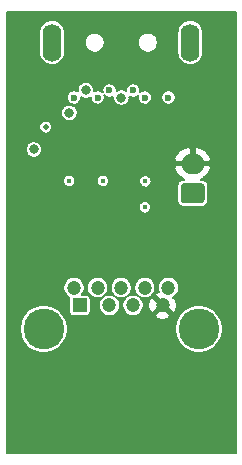
<source format=gbr>
G04 #@! TF.GenerationSoftware,KiCad,Pcbnew,5.1.10-88a1d61d58~88~ubuntu18.04.1*
G04 #@! TF.CreationDate,2021-09-17T16:00:13+02:00*
G04 #@! TF.ProjectId,GPIO-USB-Switch,4750494f-2d55-4534-922d-537769746368,rev?*
G04 #@! TF.SameCoordinates,Original*
G04 #@! TF.FileFunction,Copper,L4,Bot*
G04 #@! TF.FilePolarity,Positive*
%FSLAX46Y46*%
G04 Gerber Fmt 4.6, Leading zero omitted, Abs format (unit mm)*
G04 Created by KiCad (PCBNEW 5.1.10-88a1d61d58~88~ubuntu18.04.1) date 2021-09-17 16:00:13*
%MOMM*%
%LPD*%
G01*
G04 APERTURE LIST*
G04 #@! TA.AperFunction,ComponentPad*
%ADD10O,1.600000X3.200000*%
G04 #@! TD*
G04 #@! TA.AperFunction,ComponentPad*
%ADD11O,2.000000X1.700000*%
G04 #@! TD*
G04 #@! TA.AperFunction,ComponentPad*
%ADD12R,1.200000X1.200000*%
G04 #@! TD*
G04 #@! TA.AperFunction,ComponentPad*
%ADD13C,1.200000*%
G04 #@! TD*
G04 #@! TA.AperFunction,ComponentPad*
%ADD14C,3.450000*%
G04 #@! TD*
G04 #@! TA.AperFunction,ViaPad*
%ADD15C,0.800000*%
G04 #@! TD*
G04 #@! TA.AperFunction,ViaPad*
%ADD16C,0.450000*%
G04 #@! TD*
G04 #@! TA.AperFunction,ViaPad*
%ADD17C,0.500000*%
G04 #@! TD*
G04 #@! TA.AperFunction,ViaPad*
%ADD18C,0.600000*%
G04 #@! TD*
G04 #@! TA.AperFunction,Conductor*
%ADD19C,0.800000*%
G04 #@! TD*
G04 #@! TA.AperFunction,Conductor*
%ADD20C,0.400000*%
G04 #@! TD*
G04 #@! TA.AperFunction,Conductor*
%ADD21C,0.200000*%
G04 #@! TD*
G04 #@! TA.AperFunction,Conductor*
%ADD22C,0.100000*%
G04 #@! TD*
G04 APERTURE END LIST*
D10*
X149150000Y-74948000D03*
X160850000Y-74948000D03*
D11*
X161050000Y-85200000D03*
G04 #@! TA.AperFunction,ComponentPad*
G36*
G01*
X161800000Y-88550000D02*
X160300000Y-88550000D01*
G75*
G02*
X160050000Y-88300000I0J250000D01*
G01*
X160050000Y-87100000D01*
G75*
G02*
X160300000Y-86850000I250000J0D01*
G01*
X161800000Y-86850000D01*
G75*
G02*
X162050000Y-87100000I0J-250000D01*
G01*
X162050000Y-88300000D01*
G75*
G02*
X161800000Y-88550000I-250000J0D01*
G01*
G37*
G04 #@! TD.AperFunction*
D12*
X151500000Y-97194000D03*
D13*
X154000000Y-97194000D03*
X156000000Y-97194000D03*
X158500000Y-97194000D03*
X159000000Y-95694000D03*
X157000000Y-95694000D03*
X155000000Y-95694000D03*
X153000000Y-95694000D03*
X151000000Y-95694000D03*
D14*
X148430000Y-99194000D03*
X161570000Y-99194000D03*
D15*
X146000000Y-91000000D03*
X146000000Y-79000000D03*
X146000000Y-85000000D03*
X164000000Y-73000000D03*
X164000000Y-85000000D03*
X164000000Y-103000000D03*
X164000000Y-91000000D03*
X164000000Y-97000000D03*
X164000000Y-79000000D03*
D16*
X153400000Y-88500000D03*
X150700000Y-90400000D03*
D15*
X153400000Y-92500000D03*
X150600000Y-92500000D03*
D16*
X149600000Y-88400000D03*
D15*
X156500000Y-92500000D03*
X158500000Y-75800000D03*
D17*
X156500000Y-80800000D03*
D16*
X153400000Y-80800000D03*
X156200000Y-88500000D03*
X153450000Y-90400000D03*
X153950000Y-84800000D03*
X149600000Y-85100000D03*
X149650000Y-86650000D03*
X150950000Y-84850000D03*
X158200000Y-78850000D03*
X155950000Y-84800000D03*
X157050000Y-84800000D03*
D15*
X146000000Y-109000000D03*
X164000000Y-109000000D03*
X152000000Y-109000000D03*
X158000000Y-109000000D03*
X146000000Y-103000000D03*
X146000000Y-97000000D03*
X146000000Y-73000000D03*
X152000000Y-73000000D03*
X158000000Y-73000000D03*
X155000000Y-100000000D03*
X155000000Y-105000000D03*
X155000000Y-75000000D03*
D16*
X149600000Y-80900000D03*
X150900000Y-82900000D03*
D15*
X161000000Y-90000000D03*
D17*
X148600000Y-82100000D03*
D16*
X157050000Y-86700000D03*
D15*
X147600000Y-84000000D03*
D16*
X146700000Y-88400000D03*
X146700000Y-89500000D03*
X149600000Y-89500000D03*
X148750000Y-84400000D03*
X159400000Y-88100000D03*
X159100000Y-90200000D03*
X157000000Y-88900000D03*
D15*
X155000000Y-79600000D03*
D18*
X154000000Y-79000000D03*
X153000000Y-79600000D03*
X156000000Y-79000000D03*
X157000000Y-79600000D03*
D16*
X150600000Y-86650000D03*
X153450000Y-86650000D03*
D15*
X152000000Y-79000000D03*
X150600000Y-80900000D03*
D18*
X159000000Y-79600000D03*
X151000000Y-79600000D03*
D19*
X154975000Y-95625000D02*
X154900000Y-95700000D01*
D20*
X152908000Y-95543000D02*
X152781000Y-95670000D01*
D19*
X156900000Y-95694000D02*
X156972000Y-95622000D01*
X158900000Y-95620000D02*
X158999999Y-95520001D01*
X158900000Y-95694000D02*
X158900000Y-95620000D01*
D20*
X151000000Y-95419000D02*
X150749000Y-95670000D01*
D21*
X164675001Y-109675000D02*
X145325000Y-109675000D01*
X145325000Y-98994555D01*
X146405000Y-98994555D01*
X146405000Y-99393445D01*
X146482820Y-99784671D01*
X146635468Y-100153197D01*
X146857080Y-100484862D01*
X147139138Y-100766920D01*
X147470803Y-100988532D01*
X147839329Y-101141180D01*
X148230555Y-101219000D01*
X148629445Y-101219000D01*
X149020671Y-101141180D01*
X149389197Y-100988532D01*
X149720862Y-100766920D01*
X150002920Y-100484862D01*
X150224532Y-100153197D01*
X150377180Y-99784671D01*
X150455000Y-99393445D01*
X150455000Y-98994555D01*
X159545000Y-98994555D01*
X159545000Y-99393445D01*
X159622820Y-99784671D01*
X159775468Y-100153197D01*
X159997080Y-100484862D01*
X160279138Y-100766920D01*
X160610803Y-100988532D01*
X160979329Y-101141180D01*
X161370555Y-101219000D01*
X161769445Y-101219000D01*
X162160671Y-101141180D01*
X162529197Y-100988532D01*
X162860862Y-100766920D01*
X163142920Y-100484862D01*
X163364532Y-100153197D01*
X163517180Y-99784671D01*
X163595000Y-99393445D01*
X163595000Y-98994555D01*
X163517180Y-98603329D01*
X163364532Y-98234803D01*
X163142920Y-97903138D01*
X162860862Y-97621080D01*
X162529197Y-97399468D01*
X162160671Y-97246820D01*
X161769445Y-97169000D01*
X161370555Y-97169000D01*
X160979329Y-97246820D01*
X160610803Y-97399468D01*
X160279138Y-97621080D01*
X159997080Y-97903138D01*
X159775468Y-98234803D01*
X159622820Y-98603329D01*
X159545000Y-98994555D01*
X150455000Y-98994555D01*
X150377180Y-98603329D01*
X150224532Y-98234803D01*
X150002920Y-97903138D01*
X149720862Y-97621080D01*
X149389197Y-97399468D01*
X149020671Y-97246820D01*
X148629445Y-97169000D01*
X148230555Y-97169000D01*
X147839329Y-97246820D01*
X147470803Y-97399468D01*
X147139138Y-97621080D01*
X146857080Y-97903138D01*
X146635468Y-98234803D01*
X146482820Y-98603329D01*
X146405000Y-98994555D01*
X145325000Y-98994555D01*
X145325000Y-95605358D01*
X150100000Y-95605358D01*
X150100000Y-95782642D01*
X150134586Y-95956520D01*
X150202430Y-96120310D01*
X150300924Y-96267717D01*
X150426283Y-96393076D01*
X150573690Y-96491570D01*
X150612675Y-96507718D01*
X150604341Y-96535190D01*
X150598549Y-96594000D01*
X150598549Y-97794000D01*
X150604341Y-97852810D01*
X150621496Y-97909360D01*
X150649353Y-97961477D01*
X150686842Y-98007158D01*
X150732523Y-98044647D01*
X150784640Y-98072504D01*
X150841190Y-98089659D01*
X150900000Y-98095451D01*
X152100000Y-98095451D01*
X152158810Y-98089659D01*
X152215360Y-98072504D01*
X152267477Y-98044647D01*
X152313158Y-98007158D01*
X152350647Y-97961477D01*
X152378504Y-97909360D01*
X152395659Y-97852810D01*
X152401451Y-97794000D01*
X152401451Y-97105358D01*
X153100000Y-97105358D01*
X153100000Y-97282642D01*
X153134586Y-97456520D01*
X153202430Y-97620310D01*
X153300924Y-97767717D01*
X153426283Y-97893076D01*
X153573690Y-97991570D01*
X153737480Y-98059414D01*
X153911358Y-98094000D01*
X154088642Y-98094000D01*
X154262520Y-98059414D01*
X154426310Y-97991570D01*
X154573717Y-97893076D01*
X154699076Y-97767717D01*
X154797570Y-97620310D01*
X154865414Y-97456520D01*
X154900000Y-97282642D01*
X154900000Y-97105358D01*
X155100000Y-97105358D01*
X155100000Y-97282642D01*
X155134586Y-97456520D01*
X155202430Y-97620310D01*
X155300924Y-97767717D01*
X155426283Y-97893076D01*
X155573690Y-97991570D01*
X155737480Y-98059414D01*
X155911358Y-98094000D01*
X156088642Y-98094000D01*
X156262520Y-98059414D01*
X156295401Y-98045794D01*
X157865995Y-98045794D01*
X157916874Y-98258604D01*
X158135773Y-98351911D01*
X158368668Y-98400719D01*
X158606611Y-98403155D01*
X158840457Y-98359122D01*
X159061219Y-98270314D01*
X159083126Y-98258604D01*
X159134005Y-98045794D01*
X158500000Y-97411789D01*
X157865995Y-98045794D01*
X156295401Y-98045794D01*
X156426310Y-97991570D01*
X156573717Y-97893076D01*
X156699076Y-97767717D01*
X156797570Y-97620310D01*
X156865414Y-97456520D01*
X156896425Y-97300611D01*
X157290845Y-97300611D01*
X157334878Y-97534457D01*
X157423686Y-97755219D01*
X157435396Y-97777126D01*
X157648206Y-97828005D01*
X158282211Y-97194000D01*
X157648206Y-96559995D01*
X157435396Y-96610874D01*
X157342089Y-96829773D01*
X157293281Y-97062668D01*
X157290845Y-97300611D01*
X156896425Y-97300611D01*
X156900000Y-97282642D01*
X156900000Y-97105358D01*
X156865414Y-96931480D01*
X156797570Y-96767690D01*
X156699076Y-96620283D01*
X156573717Y-96494924D01*
X156426310Y-96396430D01*
X156262520Y-96328586D01*
X156088642Y-96294000D01*
X155911358Y-96294000D01*
X155737480Y-96328586D01*
X155573690Y-96396430D01*
X155426283Y-96494924D01*
X155300924Y-96620283D01*
X155202430Y-96767690D01*
X155134586Y-96931480D01*
X155100000Y-97105358D01*
X154900000Y-97105358D01*
X154865414Y-96931480D01*
X154797570Y-96767690D01*
X154699076Y-96620283D01*
X154573717Y-96494924D01*
X154426310Y-96396430D01*
X154262520Y-96328586D01*
X154088642Y-96294000D01*
X153911358Y-96294000D01*
X153737480Y-96328586D01*
X153573690Y-96396430D01*
X153426283Y-96494924D01*
X153300924Y-96620283D01*
X153202430Y-96767690D01*
X153134586Y-96931480D01*
X153100000Y-97105358D01*
X152401451Y-97105358D01*
X152401451Y-96594000D01*
X152395659Y-96535190D01*
X152378504Y-96478640D01*
X152350647Y-96426523D01*
X152313158Y-96380842D01*
X152267477Y-96343353D01*
X152215360Y-96315496D01*
X152158810Y-96298341D01*
X152100000Y-96292549D01*
X151674244Y-96292549D01*
X151699076Y-96267717D01*
X151797570Y-96120310D01*
X151865414Y-95956520D01*
X151900000Y-95782642D01*
X151900000Y-95605358D01*
X152100000Y-95605358D01*
X152100000Y-95782642D01*
X152134586Y-95956520D01*
X152202430Y-96120310D01*
X152300924Y-96267717D01*
X152426283Y-96393076D01*
X152573690Y-96491570D01*
X152737480Y-96559414D01*
X152911358Y-96594000D01*
X153088642Y-96594000D01*
X153262520Y-96559414D01*
X153426310Y-96491570D01*
X153573717Y-96393076D01*
X153699076Y-96267717D01*
X153797570Y-96120310D01*
X153865414Y-95956520D01*
X153900000Y-95782642D01*
X153900000Y-95605358D01*
X154100000Y-95605358D01*
X154100000Y-95782642D01*
X154134586Y-95956520D01*
X154202430Y-96120310D01*
X154300924Y-96267717D01*
X154426283Y-96393076D01*
X154573690Y-96491570D01*
X154737480Y-96559414D01*
X154911358Y-96594000D01*
X155088642Y-96594000D01*
X155262520Y-96559414D01*
X155426310Y-96491570D01*
X155573717Y-96393076D01*
X155699076Y-96267717D01*
X155797570Y-96120310D01*
X155865414Y-95956520D01*
X155900000Y-95782642D01*
X155900000Y-95605358D01*
X156100000Y-95605358D01*
X156100000Y-95782642D01*
X156134586Y-95956520D01*
X156202430Y-96120310D01*
X156300924Y-96267717D01*
X156426283Y-96393076D01*
X156573690Y-96491570D01*
X156737480Y-96559414D01*
X156911358Y-96594000D01*
X157088642Y-96594000D01*
X157262520Y-96559414D01*
X157426310Y-96491570D01*
X157573717Y-96393076D01*
X157624587Y-96342206D01*
X157865995Y-96342206D01*
X158500000Y-96976211D01*
X158514142Y-96962069D01*
X158731931Y-97179858D01*
X158717789Y-97194000D01*
X159351794Y-97828005D01*
X159564604Y-97777126D01*
X159657911Y-97558227D01*
X159706719Y-97325332D01*
X159709155Y-97087389D01*
X159665122Y-96853543D01*
X159576314Y-96632781D01*
X159564604Y-96610874D01*
X159351796Y-96559996D01*
X159415917Y-96495875D01*
X159426310Y-96491570D01*
X159573717Y-96393076D01*
X159699076Y-96267717D01*
X159797570Y-96120310D01*
X159865414Y-95956520D01*
X159900000Y-95782642D01*
X159900000Y-95605358D01*
X159865414Y-95431480D01*
X159797570Y-95267690D01*
X159699076Y-95120283D01*
X159573717Y-94994924D01*
X159426310Y-94896430D01*
X159262520Y-94828586D01*
X159088642Y-94794000D01*
X158911358Y-94794000D01*
X158737480Y-94828586D01*
X158573690Y-94896430D01*
X158426283Y-94994924D01*
X158300924Y-95120283D01*
X158202430Y-95267690D01*
X158134586Y-95431480D01*
X158100000Y-95605358D01*
X158100000Y-95782642D01*
X158134586Y-95956520D01*
X158164195Y-96028002D01*
X158159543Y-96028878D01*
X157938781Y-96117686D01*
X157916874Y-96129396D01*
X157865995Y-96342206D01*
X157624587Y-96342206D01*
X157699076Y-96267717D01*
X157797570Y-96120310D01*
X157865414Y-95956520D01*
X157900000Y-95782642D01*
X157900000Y-95605358D01*
X157865414Y-95431480D01*
X157797570Y-95267690D01*
X157699076Y-95120283D01*
X157573717Y-94994924D01*
X157426310Y-94896430D01*
X157262520Y-94828586D01*
X157088642Y-94794000D01*
X156911358Y-94794000D01*
X156737480Y-94828586D01*
X156573690Y-94896430D01*
X156426283Y-94994924D01*
X156300924Y-95120283D01*
X156202430Y-95267690D01*
X156134586Y-95431480D01*
X156100000Y-95605358D01*
X155900000Y-95605358D01*
X155865414Y-95431480D01*
X155797570Y-95267690D01*
X155699076Y-95120283D01*
X155573717Y-94994924D01*
X155426310Y-94896430D01*
X155262520Y-94828586D01*
X155088642Y-94794000D01*
X154911358Y-94794000D01*
X154737480Y-94828586D01*
X154573690Y-94896430D01*
X154426283Y-94994924D01*
X154300924Y-95120283D01*
X154202430Y-95267690D01*
X154134586Y-95431480D01*
X154100000Y-95605358D01*
X153900000Y-95605358D01*
X153865414Y-95431480D01*
X153797570Y-95267690D01*
X153699076Y-95120283D01*
X153573717Y-94994924D01*
X153426310Y-94896430D01*
X153262520Y-94828586D01*
X153088642Y-94794000D01*
X152911358Y-94794000D01*
X152737480Y-94828586D01*
X152573690Y-94896430D01*
X152426283Y-94994924D01*
X152300924Y-95120283D01*
X152202430Y-95267690D01*
X152134586Y-95431480D01*
X152100000Y-95605358D01*
X151900000Y-95605358D01*
X151865414Y-95431480D01*
X151797570Y-95267690D01*
X151699076Y-95120283D01*
X151573717Y-94994924D01*
X151426310Y-94896430D01*
X151262520Y-94828586D01*
X151088642Y-94794000D01*
X150911358Y-94794000D01*
X150737480Y-94828586D01*
X150573690Y-94896430D01*
X150426283Y-94994924D01*
X150300924Y-95120283D01*
X150202430Y-95267690D01*
X150134586Y-95431480D01*
X150100000Y-95605358D01*
X145325000Y-95605358D01*
X145325000Y-88848292D01*
X156475000Y-88848292D01*
X156475000Y-88951708D01*
X156495176Y-89053137D01*
X156534751Y-89148681D01*
X156592206Y-89234668D01*
X156665332Y-89307794D01*
X156751319Y-89365249D01*
X156846863Y-89404824D01*
X156948292Y-89425000D01*
X157051708Y-89425000D01*
X157153137Y-89404824D01*
X157248681Y-89365249D01*
X157334668Y-89307794D01*
X157407794Y-89234668D01*
X157465249Y-89148681D01*
X157504824Y-89053137D01*
X157525000Y-88951708D01*
X157525000Y-88848292D01*
X157504824Y-88746863D01*
X157465249Y-88651319D01*
X157407794Y-88565332D01*
X157334668Y-88492206D01*
X157248681Y-88434751D01*
X157153137Y-88395176D01*
X157051708Y-88375000D01*
X156948292Y-88375000D01*
X156846863Y-88395176D01*
X156751319Y-88434751D01*
X156665332Y-88492206D01*
X156592206Y-88565332D01*
X156534751Y-88651319D01*
X156495176Y-88746863D01*
X156475000Y-88848292D01*
X145325000Y-88848292D01*
X145325000Y-86598292D01*
X150075000Y-86598292D01*
X150075000Y-86701708D01*
X150095176Y-86803137D01*
X150134751Y-86898681D01*
X150192206Y-86984668D01*
X150265332Y-87057794D01*
X150351319Y-87115249D01*
X150446863Y-87154824D01*
X150548292Y-87175000D01*
X150651708Y-87175000D01*
X150753137Y-87154824D01*
X150848681Y-87115249D01*
X150934668Y-87057794D01*
X151007794Y-86984668D01*
X151065249Y-86898681D01*
X151104824Y-86803137D01*
X151125000Y-86701708D01*
X151125000Y-86598292D01*
X152925000Y-86598292D01*
X152925000Y-86701708D01*
X152945176Y-86803137D01*
X152984751Y-86898681D01*
X153042206Y-86984668D01*
X153115332Y-87057794D01*
X153201319Y-87115249D01*
X153296863Y-87154824D01*
X153398292Y-87175000D01*
X153501708Y-87175000D01*
X153603137Y-87154824D01*
X153698681Y-87115249D01*
X153784668Y-87057794D01*
X153857794Y-86984668D01*
X153915249Y-86898681D01*
X153954824Y-86803137D01*
X153975000Y-86701708D01*
X153975000Y-86648292D01*
X156525000Y-86648292D01*
X156525000Y-86751708D01*
X156545176Y-86853137D01*
X156584751Y-86948681D01*
X156642206Y-87034668D01*
X156715332Y-87107794D01*
X156801319Y-87165249D01*
X156896863Y-87204824D01*
X156998292Y-87225000D01*
X157101708Y-87225000D01*
X157203137Y-87204824D01*
X157298681Y-87165249D01*
X157384668Y-87107794D01*
X157457794Y-87034668D01*
X157515249Y-86948681D01*
X157554824Y-86853137D01*
X157575000Y-86751708D01*
X157575000Y-86648292D01*
X157554824Y-86546863D01*
X157515249Y-86451319D01*
X157457794Y-86365332D01*
X157384668Y-86292206D01*
X157298681Y-86234751D01*
X157203137Y-86195176D01*
X157101708Y-86175000D01*
X156998292Y-86175000D01*
X156896863Y-86195176D01*
X156801319Y-86234751D01*
X156715332Y-86292206D01*
X156642206Y-86365332D01*
X156584751Y-86451319D01*
X156545176Y-86546863D01*
X156525000Y-86648292D01*
X153975000Y-86648292D01*
X153975000Y-86598292D01*
X153954824Y-86496863D01*
X153915249Y-86401319D01*
X153857794Y-86315332D01*
X153784668Y-86242206D01*
X153698681Y-86184751D01*
X153603137Y-86145176D01*
X153501708Y-86125000D01*
X153398292Y-86125000D01*
X153296863Y-86145176D01*
X153201319Y-86184751D01*
X153115332Y-86242206D01*
X153042206Y-86315332D01*
X152984751Y-86401319D01*
X152945176Y-86496863D01*
X152925000Y-86598292D01*
X151125000Y-86598292D01*
X151104824Y-86496863D01*
X151065249Y-86401319D01*
X151007794Y-86315332D01*
X150934668Y-86242206D01*
X150848681Y-86184751D01*
X150753137Y-86145176D01*
X150651708Y-86125000D01*
X150548292Y-86125000D01*
X150446863Y-86145176D01*
X150351319Y-86184751D01*
X150265332Y-86242206D01*
X150192206Y-86315332D01*
X150134751Y-86401319D01*
X150095176Y-86496863D01*
X150075000Y-86598292D01*
X145325000Y-86598292D01*
X145325000Y-85578910D01*
X159492097Y-85578910D01*
X159574444Y-85806685D01*
X159718273Y-86053631D01*
X159907515Y-86267772D01*
X160134897Y-86440879D01*
X160355339Y-86548549D01*
X160300000Y-86548549D01*
X160192417Y-86559145D01*
X160088969Y-86590526D01*
X159993630Y-86641485D01*
X159910065Y-86710065D01*
X159841485Y-86793630D01*
X159790526Y-86888969D01*
X159759145Y-86992417D01*
X159748549Y-87100000D01*
X159748549Y-88300000D01*
X159759145Y-88407583D01*
X159790526Y-88511031D01*
X159841485Y-88606370D01*
X159910065Y-88689935D01*
X159993630Y-88758515D01*
X160088969Y-88809474D01*
X160192417Y-88840855D01*
X160300000Y-88851451D01*
X161800000Y-88851451D01*
X161907583Y-88840855D01*
X162011031Y-88809474D01*
X162106370Y-88758515D01*
X162189935Y-88689935D01*
X162258515Y-88606370D01*
X162309474Y-88511031D01*
X162340855Y-88407583D01*
X162351451Y-88300000D01*
X162351451Y-87100000D01*
X162340855Y-86992417D01*
X162309474Y-86888969D01*
X162258515Y-86793630D01*
X162189935Y-86710065D01*
X162106370Y-86641485D01*
X162011031Y-86590526D01*
X161907583Y-86559145D01*
X161800000Y-86548549D01*
X161744661Y-86548549D01*
X161965103Y-86440879D01*
X162192485Y-86267772D01*
X162381727Y-86053631D01*
X162525556Y-85806685D01*
X162607903Y-85578910D01*
X162496889Y-85354000D01*
X161204000Y-85354000D01*
X161204000Y-85374000D01*
X160896000Y-85374000D01*
X160896000Y-85354000D01*
X159603111Y-85354000D01*
X159492097Y-85578910D01*
X145325000Y-85578910D01*
X145325000Y-84821090D01*
X159492097Y-84821090D01*
X159603111Y-85046000D01*
X160896000Y-85046000D01*
X160896000Y-83894211D01*
X161204000Y-83894211D01*
X161204000Y-85046000D01*
X162496889Y-85046000D01*
X162607903Y-84821090D01*
X162525556Y-84593315D01*
X162381727Y-84346369D01*
X162192485Y-84132228D01*
X161965103Y-83959121D01*
X161708318Y-83833700D01*
X161431999Y-83760785D01*
X161204000Y-83894211D01*
X160896000Y-83894211D01*
X160668001Y-83760785D01*
X160391682Y-83833700D01*
X160134897Y-83959121D01*
X159907515Y-84132228D01*
X159718273Y-84346369D01*
X159574444Y-84593315D01*
X159492097Y-84821090D01*
X145325000Y-84821090D01*
X145325000Y-83931056D01*
X146900000Y-83931056D01*
X146900000Y-84068944D01*
X146926901Y-84204182D01*
X146979668Y-84331574D01*
X147056274Y-84446224D01*
X147153776Y-84543726D01*
X147268426Y-84620332D01*
X147395818Y-84673099D01*
X147531056Y-84700000D01*
X147668944Y-84700000D01*
X147804182Y-84673099D01*
X147931574Y-84620332D01*
X148046224Y-84543726D01*
X148143726Y-84446224D01*
X148220332Y-84331574D01*
X148273099Y-84204182D01*
X148300000Y-84068944D01*
X148300000Y-83931056D01*
X148273099Y-83795818D01*
X148220332Y-83668426D01*
X148143726Y-83553776D01*
X148046224Y-83456274D01*
X147931574Y-83379668D01*
X147804182Y-83326901D01*
X147668944Y-83300000D01*
X147531056Y-83300000D01*
X147395818Y-83326901D01*
X147268426Y-83379668D01*
X147153776Y-83456274D01*
X147056274Y-83553776D01*
X146979668Y-83668426D01*
X146926901Y-83795818D01*
X146900000Y-83931056D01*
X145325000Y-83931056D01*
X145325000Y-82045830D01*
X148050000Y-82045830D01*
X148050000Y-82154170D01*
X148071136Y-82260429D01*
X148112597Y-82360523D01*
X148172787Y-82450604D01*
X148249396Y-82527213D01*
X148339477Y-82587403D01*
X148439571Y-82628864D01*
X148545830Y-82650000D01*
X148654170Y-82650000D01*
X148760429Y-82628864D01*
X148860523Y-82587403D01*
X148950604Y-82527213D01*
X149027213Y-82450604D01*
X149087403Y-82360523D01*
X149128864Y-82260429D01*
X149150000Y-82154170D01*
X149150000Y-82045830D01*
X149128864Y-81939571D01*
X149087403Y-81839477D01*
X149027213Y-81749396D01*
X148950604Y-81672787D01*
X148860523Y-81612597D01*
X148760429Y-81571136D01*
X148654170Y-81550000D01*
X148545830Y-81550000D01*
X148439571Y-81571136D01*
X148339477Y-81612597D01*
X148249396Y-81672787D01*
X148172787Y-81749396D01*
X148112597Y-81839477D01*
X148071136Y-81939571D01*
X148050000Y-82045830D01*
X145325000Y-82045830D01*
X145325000Y-80831056D01*
X149900000Y-80831056D01*
X149900000Y-80968944D01*
X149926901Y-81104182D01*
X149979668Y-81231574D01*
X150056274Y-81346224D01*
X150153776Y-81443726D01*
X150268426Y-81520332D01*
X150395818Y-81573099D01*
X150531056Y-81600000D01*
X150668944Y-81600000D01*
X150804182Y-81573099D01*
X150931574Y-81520332D01*
X151046224Y-81443726D01*
X151143726Y-81346224D01*
X151220332Y-81231574D01*
X151273099Y-81104182D01*
X151300000Y-80968944D01*
X151300000Y-80831056D01*
X151273099Y-80695818D01*
X151220332Y-80568426D01*
X151143726Y-80453776D01*
X151046224Y-80356274D01*
X150931574Y-80279668D01*
X150804182Y-80226901D01*
X150668944Y-80200000D01*
X150531056Y-80200000D01*
X150395818Y-80226901D01*
X150268426Y-80279668D01*
X150153776Y-80356274D01*
X150056274Y-80453776D01*
X149979668Y-80568426D01*
X149926901Y-80695818D01*
X149900000Y-80831056D01*
X145325000Y-80831056D01*
X145325000Y-79540905D01*
X150400000Y-79540905D01*
X150400000Y-79659095D01*
X150423058Y-79775014D01*
X150468287Y-79884207D01*
X150533950Y-79982478D01*
X150617522Y-80066050D01*
X150715793Y-80131713D01*
X150824986Y-80176942D01*
X150940905Y-80200000D01*
X151059095Y-80200000D01*
X151175014Y-80176942D01*
X151284207Y-80131713D01*
X151382478Y-80066050D01*
X151466050Y-79982478D01*
X151531713Y-79884207D01*
X151576942Y-79775014D01*
X151600000Y-79659095D01*
X151600000Y-79574612D01*
X151668426Y-79620332D01*
X151795818Y-79673099D01*
X151931056Y-79700000D01*
X152068944Y-79700000D01*
X152204182Y-79673099D01*
X152331574Y-79620332D01*
X152400000Y-79574612D01*
X152400000Y-79659095D01*
X152423058Y-79775014D01*
X152468287Y-79884207D01*
X152533950Y-79982478D01*
X152617522Y-80066050D01*
X152715793Y-80131713D01*
X152824986Y-80176942D01*
X152940905Y-80200000D01*
X153059095Y-80200000D01*
X153175014Y-80176942D01*
X153284207Y-80131713D01*
X153382478Y-80066050D01*
X153466050Y-79982478D01*
X153531713Y-79884207D01*
X153576942Y-79775014D01*
X153600000Y-79659095D01*
X153600000Y-79540905D01*
X153577062Y-79425590D01*
X153617522Y-79466050D01*
X153715793Y-79531713D01*
X153824986Y-79576942D01*
X153940905Y-79600000D01*
X154059095Y-79600000D01*
X154175014Y-79576942D01*
X154284207Y-79531713D01*
X154302270Y-79519644D01*
X154300000Y-79531056D01*
X154300000Y-79668944D01*
X154326901Y-79804182D01*
X154379668Y-79931574D01*
X154456274Y-80046224D01*
X154553776Y-80143726D01*
X154668426Y-80220332D01*
X154795818Y-80273099D01*
X154931056Y-80300000D01*
X155068944Y-80300000D01*
X155204182Y-80273099D01*
X155331574Y-80220332D01*
X155446224Y-80143726D01*
X155543726Y-80046224D01*
X155620332Y-79931574D01*
X155673099Y-79804182D01*
X155700000Y-79668944D01*
X155700000Y-79531056D01*
X155697730Y-79519644D01*
X155715793Y-79531713D01*
X155824986Y-79576942D01*
X155940905Y-79600000D01*
X156059095Y-79600000D01*
X156175014Y-79576942D01*
X156284207Y-79531713D01*
X156382478Y-79466050D01*
X156422938Y-79425590D01*
X156400000Y-79540905D01*
X156400000Y-79659095D01*
X156423058Y-79775014D01*
X156468287Y-79884207D01*
X156533950Y-79982478D01*
X156617522Y-80066050D01*
X156715793Y-80131713D01*
X156824986Y-80176942D01*
X156940905Y-80200000D01*
X157059095Y-80200000D01*
X157175014Y-80176942D01*
X157284207Y-80131713D01*
X157382478Y-80066050D01*
X157466050Y-79982478D01*
X157531713Y-79884207D01*
X157576942Y-79775014D01*
X157600000Y-79659095D01*
X157600000Y-79540905D01*
X158400000Y-79540905D01*
X158400000Y-79659095D01*
X158423058Y-79775014D01*
X158468287Y-79884207D01*
X158533950Y-79982478D01*
X158617522Y-80066050D01*
X158715793Y-80131713D01*
X158824986Y-80176942D01*
X158940905Y-80200000D01*
X159059095Y-80200000D01*
X159175014Y-80176942D01*
X159284207Y-80131713D01*
X159382478Y-80066050D01*
X159466050Y-79982478D01*
X159531713Y-79884207D01*
X159576942Y-79775014D01*
X159600000Y-79659095D01*
X159600000Y-79540905D01*
X159576942Y-79424986D01*
X159531713Y-79315793D01*
X159466050Y-79217522D01*
X159382478Y-79133950D01*
X159284207Y-79068287D01*
X159175014Y-79023058D01*
X159059095Y-79000000D01*
X158940905Y-79000000D01*
X158824986Y-79023058D01*
X158715793Y-79068287D01*
X158617522Y-79133950D01*
X158533950Y-79217522D01*
X158468287Y-79315793D01*
X158423058Y-79424986D01*
X158400000Y-79540905D01*
X157600000Y-79540905D01*
X157576942Y-79424986D01*
X157531713Y-79315793D01*
X157466050Y-79217522D01*
X157382478Y-79133950D01*
X157284207Y-79068287D01*
X157175014Y-79023058D01*
X157059095Y-79000000D01*
X156940905Y-79000000D01*
X156824986Y-79023058D01*
X156715793Y-79068287D01*
X156617522Y-79133950D01*
X156577062Y-79174410D01*
X156600000Y-79059095D01*
X156600000Y-78940905D01*
X156576942Y-78824986D01*
X156531713Y-78715793D01*
X156466050Y-78617522D01*
X156382478Y-78533950D01*
X156284207Y-78468287D01*
X156175014Y-78423058D01*
X156059095Y-78400000D01*
X155940905Y-78400000D01*
X155824986Y-78423058D01*
X155715793Y-78468287D01*
X155617522Y-78533950D01*
X155533950Y-78617522D01*
X155468287Y-78715793D01*
X155423058Y-78824986D01*
X155400000Y-78940905D01*
X155400000Y-79025388D01*
X155331574Y-78979668D01*
X155204182Y-78926901D01*
X155068944Y-78900000D01*
X154931056Y-78900000D01*
X154795818Y-78926901D01*
X154668426Y-78979668D01*
X154600000Y-79025388D01*
X154600000Y-78940905D01*
X154576942Y-78824986D01*
X154531713Y-78715793D01*
X154466050Y-78617522D01*
X154382478Y-78533950D01*
X154284207Y-78468287D01*
X154175014Y-78423058D01*
X154059095Y-78400000D01*
X153940905Y-78400000D01*
X153824986Y-78423058D01*
X153715793Y-78468287D01*
X153617522Y-78533950D01*
X153533950Y-78617522D01*
X153468287Y-78715793D01*
X153423058Y-78824986D01*
X153400000Y-78940905D01*
X153400000Y-79059095D01*
X153422938Y-79174410D01*
X153382478Y-79133950D01*
X153284207Y-79068287D01*
X153175014Y-79023058D01*
X153059095Y-79000000D01*
X152940905Y-79000000D01*
X152824986Y-79023058D01*
X152715793Y-79068287D01*
X152697730Y-79080356D01*
X152700000Y-79068944D01*
X152700000Y-78931056D01*
X152673099Y-78795818D01*
X152620332Y-78668426D01*
X152543726Y-78553776D01*
X152446224Y-78456274D01*
X152331574Y-78379668D01*
X152204182Y-78326901D01*
X152068944Y-78300000D01*
X151931056Y-78300000D01*
X151795818Y-78326901D01*
X151668426Y-78379668D01*
X151553776Y-78456274D01*
X151456274Y-78553776D01*
X151379668Y-78668426D01*
X151326901Y-78795818D01*
X151300000Y-78931056D01*
X151300000Y-79068944D01*
X151302270Y-79080356D01*
X151284207Y-79068287D01*
X151175014Y-79023058D01*
X151059095Y-79000000D01*
X150940905Y-79000000D01*
X150824986Y-79023058D01*
X150715793Y-79068287D01*
X150617522Y-79133950D01*
X150533950Y-79217522D01*
X150468287Y-79315793D01*
X150423058Y-79424986D01*
X150400000Y-79540905D01*
X145325000Y-79540905D01*
X145325000Y-74093965D01*
X148050000Y-74093965D01*
X148050000Y-75802036D01*
X148065916Y-75963638D01*
X148128817Y-76170988D01*
X148230959Y-76362084D01*
X148368420Y-76529581D01*
X148535917Y-76667042D01*
X148727013Y-76769184D01*
X148934363Y-76832084D01*
X149150000Y-76853322D01*
X149365638Y-76832084D01*
X149572988Y-76769184D01*
X149764084Y-76667042D01*
X149931581Y-76529581D01*
X150069042Y-76362084D01*
X150171184Y-76170988D01*
X150234084Y-75963638D01*
X150250000Y-75802036D01*
X150250000Y-74864282D01*
X151900000Y-74864282D01*
X151900000Y-75031718D01*
X151932665Y-75195936D01*
X151996740Y-75350626D01*
X152089762Y-75489844D01*
X152208156Y-75608238D01*
X152347374Y-75701260D01*
X152502064Y-75765335D01*
X152666282Y-75798000D01*
X152833718Y-75798000D01*
X152997936Y-75765335D01*
X153152626Y-75701260D01*
X153291844Y-75608238D01*
X153410238Y-75489844D01*
X153503260Y-75350626D01*
X153567335Y-75195936D01*
X153600000Y-75031718D01*
X153600000Y-74864282D01*
X156400000Y-74864282D01*
X156400000Y-75031718D01*
X156432665Y-75195936D01*
X156496740Y-75350626D01*
X156589762Y-75489844D01*
X156708156Y-75608238D01*
X156847374Y-75701260D01*
X157002064Y-75765335D01*
X157166282Y-75798000D01*
X157333718Y-75798000D01*
X157497936Y-75765335D01*
X157652626Y-75701260D01*
X157791844Y-75608238D01*
X157910238Y-75489844D01*
X158003260Y-75350626D01*
X158067335Y-75195936D01*
X158100000Y-75031718D01*
X158100000Y-74864282D01*
X158067335Y-74700064D01*
X158003260Y-74545374D01*
X157910238Y-74406156D01*
X157791844Y-74287762D01*
X157652626Y-74194740D01*
X157497936Y-74130665D01*
X157333718Y-74098000D01*
X157166282Y-74098000D01*
X157002064Y-74130665D01*
X156847374Y-74194740D01*
X156708156Y-74287762D01*
X156589762Y-74406156D01*
X156496740Y-74545374D01*
X156432665Y-74700064D01*
X156400000Y-74864282D01*
X153600000Y-74864282D01*
X153567335Y-74700064D01*
X153503260Y-74545374D01*
X153410238Y-74406156D01*
X153291844Y-74287762D01*
X153152626Y-74194740D01*
X152997936Y-74130665D01*
X152833718Y-74098000D01*
X152666282Y-74098000D01*
X152502064Y-74130665D01*
X152347374Y-74194740D01*
X152208156Y-74287762D01*
X152089762Y-74406156D01*
X151996740Y-74545374D01*
X151932665Y-74700064D01*
X151900000Y-74864282D01*
X150250000Y-74864282D01*
X150250000Y-74093965D01*
X159750000Y-74093965D01*
X159750000Y-75802036D01*
X159765916Y-75963638D01*
X159828817Y-76170988D01*
X159930959Y-76362084D01*
X160068420Y-76529581D01*
X160235917Y-76667042D01*
X160427013Y-76769184D01*
X160634363Y-76832084D01*
X160850000Y-76853322D01*
X161065638Y-76832084D01*
X161272988Y-76769184D01*
X161464084Y-76667042D01*
X161631581Y-76529581D01*
X161769042Y-76362084D01*
X161871184Y-76170988D01*
X161934084Y-75963638D01*
X161950000Y-75802036D01*
X161950000Y-74093964D01*
X161934084Y-73932362D01*
X161871184Y-73725012D01*
X161769042Y-73533916D01*
X161631581Y-73366419D01*
X161464084Y-73228958D01*
X161272987Y-73126816D01*
X161065637Y-73063916D01*
X160850000Y-73042678D01*
X160634362Y-73063916D01*
X160427012Y-73126816D01*
X160235916Y-73228958D01*
X160068419Y-73366419D01*
X159930958Y-73533916D01*
X159828816Y-73725013D01*
X159765916Y-73932363D01*
X159750000Y-74093965D01*
X150250000Y-74093965D01*
X150250000Y-74093964D01*
X150234084Y-73932362D01*
X150171184Y-73725012D01*
X150069042Y-73533916D01*
X149931581Y-73366419D01*
X149764084Y-73228958D01*
X149572987Y-73126816D01*
X149365637Y-73063916D01*
X149150000Y-73042678D01*
X148934362Y-73063916D01*
X148727012Y-73126816D01*
X148535916Y-73228958D01*
X148368419Y-73366419D01*
X148230958Y-73533916D01*
X148128816Y-73725013D01*
X148065916Y-73932363D01*
X148050000Y-74093965D01*
X145325000Y-74093965D01*
X145325000Y-72325000D01*
X164675000Y-72325000D01*
X164675001Y-109675000D01*
G04 #@! TA.AperFunction,Conductor*
D22*
G36*
X164675001Y-109675000D02*
G01*
X145325000Y-109675000D01*
X145325000Y-98994555D01*
X146405000Y-98994555D01*
X146405000Y-99393445D01*
X146482820Y-99784671D01*
X146635468Y-100153197D01*
X146857080Y-100484862D01*
X147139138Y-100766920D01*
X147470803Y-100988532D01*
X147839329Y-101141180D01*
X148230555Y-101219000D01*
X148629445Y-101219000D01*
X149020671Y-101141180D01*
X149389197Y-100988532D01*
X149720862Y-100766920D01*
X150002920Y-100484862D01*
X150224532Y-100153197D01*
X150377180Y-99784671D01*
X150455000Y-99393445D01*
X150455000Y-98994555D01*
X159545000Y-98994555D01*
X159545000Y-99393445D01*
X159622820Y-99784671D01*
X159775468Y-100153197D01*
X159997080Y-100484862D01*
X160279138Y-100766920D01*
X160610803Y-100988532D01*
X160979329Y-101141180D01*
X161370555Y-101219000D01*
X161769445Y-101219000D01*
X162160671Y-101141180D01*
X162529197Y-100988532D01*
X162860862Y-100766920D01*
X163142920Y-100484862D01*
X163364532Y-100153197D01*
X163517180Y-99784671D01*
X163595000Y-99393445D01*
X163595000Y-98994555D01*
X163517180Y-98603329D01*
X163364532Y-98234803D01*
X163142920Y-97903138D01*
X162860862Y-97621080D01*
X162529197Y-97399468D01*
X162160671Y-97246820D01*
X161769445Y-97169000D01*
X161370555Y-97169000D01*
X160979329Y-97246820D01*
X160610803Y-97399468D01*
X160279138Y-97621080D01*
X159997080Y-97903138D01*
X159775468Y-98234803D01*
X159622820Y-98603329D01*
X159545000Y-98994555D01*
X150455000Y-98994555D01*
X150377180Y-98603329D01*
X150224532Y-98234803D01*
X150002920Y-97903138D01*
X149720862Y-97621080D01*
X149389197Y-97399468D01*
X149020671Y-97246820D01*
X148629445Y-97169000D01*
X148230555Y-97169000D01*
X147839329Y-97246820D01*
X147470803Y-97399468D01*
X147139138Y-97621080D01*
X146857080Y-97903138D01*
X146635468Y-98234803D01*
X146482820Y-98603329D01*
X146405000Y-98994555D01*
X145325000Y-98994555D01*
X145325000Y-95605358D01*
X150100000Y-95605358D01*
X150100000Y-95782642D01*
X150134586Y-95956520D01*
X150202430Y-96120310D01*
X150300924Y-96267717D01*
X150426283Y-96393076D01*
X150573690Y-96491570D01*
X150612675Y-96507718D01*
X150604341Y-96535190D01*
X150598549Y-96594000D01*
X150598549Y-97794000D01*
X150604341Y-97852810D01*
X150621496Y-97909360D01*
X150649353Y-97961477D01*
X150686842Y-98007158D01*
X150732523Y-98044647D01*
X150784640Y-98072504D01*
X150841190Y-98089659D01*
X150900000Y-98095451D01*
X152100000Y-98095451D01*
X152158810Y-98089659D01*
X152215360Y-98072504D01*
X152267477Y-98044647D01*
X152313158Y-98007158D01*
X152350647Y-97961477D01*
X152378504Y-97909360D01*
X152395659Y-97852810D01*
X152401451Y-97794000D01*
X152401451Y-97105358D01*
X153100000Y-97105358D01*
X153100000Y-97282642D01*
X153134586Y-97456520D01*
X153202430Y-97620310D01*
X153300924Y-97767717D01*
X153426283Y-97893076D01*
X153573690Y-97991570D01*
X153737480Y-98059414D01*
X153911358Y-98094000D01*
X154088642Y-98094000D01*
X154262520Y-98059414D01*
X154426310Y-97991570D01*
X154573717Y-97893076D01*
X154699076Y-97767717D01*
X154797570Y-97620310D01*
X154865414Y-97456520D01*
X154900000Y-97282642D01*
X154900000Y-97105358D01*
X155100000Y-97105358D01*
X155100000Y-97282642D01*
X155134586Y-97456520D01*
X155202430Y-97620310D01*
X155300924Y-97767717D01*
X155426283Y-97893076D01*
X155573690Y-97991570D01*
X155737480Y-98059414D01*
X155911358Y-98094000D01*
X156088642Y-98094000D01*
X156262520Y-98059414D01*
X156295401Y-98045794D01*
X157865995Y-98045794D01*
X157916874Y-98258604D01*
X158135773Y-98351911D01*
X158368668Y-98400719D01*
X158606611Y-98403155D01*
X158840457Y-98359122D01*
X159061219Y-98270314D01*
X159083126Y-98258604D01*
X159134005Y-98045794D01*
X158500000Y-97411789D01*
X157865995Y-98045794D01*
X156295401Y-98045794D01*
X156426310Y-97991570D01*
X156573717Y-97893076D01*
X156699076Y-97767717D01*
X156797570Y-97620310D01*
X156865414Y-97456520D01*
X156896425Y-97300611D01*
X157290845Y-97300611D01*
X157334878Y-97534457D01*
X157423686Y-97755219D01*
X157435396Y-97777126D01*
X157648206Y-97828005D01*
X158282211Y-97194000D01*
X157648206Y-96559995D01*
X157435396Y-96610874D01*
X157342089Y-96829773D01*
X157293281Y-97062668D01*
X157290845Y-97300611D01*
X156896425Y-97300611D01*
X156900000Y-97282642D01*
X156900000Y-97105358D01*
X156865414Y-96931480D01*
X156797570Y-96767690D01*
X156699076Y-96620283D01*
X156573717Y-96494924D01*
X156426310Y-96396430D01*
X156262520Y-96328586D01*
X156088642Y-96294000D01*
X155911358Y-96294000D01*
X155737480Y-96328586D01*
X155573690Y-96396430D01*
X155426283Y-96494924D01*
X155300924Y-96620283D01*
X155202430Y-96767690D01*
X155134586Y-96931480D01*
X155100000Y-97105358D01*
X154900000Y-97105358D01*
X154865414Y-96931480D01*
X154797570Y-96767690D01*
X154699076Y-96620283D01*
X154573717Y-96494924D01*
X154426310Y-96396430D01*
X154262520Y-96328586D01*
X154088642Y-96294000D01*
X153911358Y-96294000D01*
X153737480Y-96328586D01*
X153573690Y-96396430D01*
X153426283Y-96494924D01*
X153300924Y-96620283D01*
X153202430Y-96767690D01*
X153134586Y-96931480D01*
X153100000Y-97105358D01*
X152401451Y-97105358D01*
X152401451Y-96594000D01*
X152395659Y-96535190D01*
X152378504Y-96478640D01*
X152350647Y-96426523D01*
X152313158Y-96380842D01*
X152267477Y-96343353D01*
X152215360Y-96315496D01*
X152158810Y-96298341D01*
X152100000Y-96292549D01*
X151674244Y-96292549D01*
X151699076Y-96267717D01*
X151797570Y-96120310D01*
X151865414Y-95956520D01*
X151900000Y-95782642D01*
X151900000Y-95605358D01*
X152100000Y-95605358D01*
X152100000Y-95782642D01*
X152134586Y-95956520D01*
X152202430Y-96120310D01*
X152300924Y-96267717D01*
X152426283Y-96393076D01*
X152573690Y-96491570D01*
X152737480Y-96559414D01*
X152911358Y-96594000D01*
X153088642Y-96594000D01*
X153262520Y-96559414D01*
X153426310Y-96491570D01*
X153573717Y-96393076D01*
X153699076Y-96267717D01*
X153797570Y-96120310D01*
X153865414Y-95956520D01*
X153900000Y-95782642D01*
X153900000Y-95605358D01*
X154100000Y-95605358D01*
X154100000Y-95782642D01*
X154134586Y-95956520D01*
X154202430Y-96120310D01*
X154300924Y-96267717D01*
X154426283Y-96393076D01*
X154573690Y-96491570D01*
X154737480Y-96559414D01*
X154911358Y-96594000D01*
X155088642Y-96594000D01*
X155262520Y-96559414D01*
X155426310Y-96491570D01*
X155573717Y-96393076D01*
X155699076Y-96267717D01*
X155797570Y-96120310D01*
X155865414Y-95956520D01*
X155900000Y-95782642D01*
X155900000Y-95605358D01*
X156100000Y-95605358D01*
X156100000Y-95782642D01*
X156134586Y-95956520D01*
X156202430Y-96120310D01*
X156300924Y-96267717D01*
X156426283Y-96393076D01*
X156573690Y-96491570D01*
X156737480Y-96559414D01*
X156911358Y-96594000D01*
X157088642Y-96594000D01*
X157262520Y-96559414D01*
X157426310Y-96491570D01*
X157573717Y-96393076D01*
X157624587Y-96342206D01*
X157865995Y-96342206D01*
X158500000Y-96976211D01*
X158514142Y-96962069D01*
X158731931Y-97179858D01*
X158717789Y-97194000D01*
X159351794Y-97828005D01*
X159564604Y-97777126D01*
X159657911Y-97558227D01*
X159706719Y-97325332D01*
X159709155Y-97087389D01*
X159665122Y-96853543D01*
X159576314Y-96632781D01*
X159564604Y-96610874D01*
X159351796Y-96559996D01*
X159415917Y-96495875D01*
X159426310Y-96491570D01*
X159573717Y-96393076D01*
X159699076Y-96267717D01*
X159797570Y-96120310D01*
X159865414Y-95956520D01*
X159900000Y-95782642D01*
X159900000Y-95605358D01*
X159865414Y-95431480D01*
X159797570Y-95267690D01*
X159699076Y-95120283D01*
X159573717Y-94994924D01*
X159426310Y-94896430D01*
X159262520Y-94828586D01*
X159088642Y-94794000D01*
X158911358Y-94794000D01*
X158737480Y-94828586D01*
X158573690Y-94896430D01*
X158426283Y-94994924D01*
X158300924Y-95120283D01*
X158202430Y-95267690D01*
X158134586Y-95431480D01*
X158100000Y-95605358D01*
X158100000Y-95782642D01*
X158134586Y-95956520D01*
X158164195Y-96028002D01*
X158159543Y-96028878D01*
X157938781Y-96117686D01*
X157916874Y-96129396D01*
X157865995Y-96342206D01*
X157624587Y-96342206D01*
X157699076Y-96267717D01*
X157797570Y-96120310D01*
X157865414Y-95956520D01*
X157900000Y-95782642D01*
X157900000Y-95605358D01*
X157865414Y-95431480D01*
X157797570Y-95267690D01*
X157699076Y-95120283D01*
X157573717Y-94994924D01*
X157426310Y-94896430D01*
X157262520Y-94828586D01*
X157088642Y-94794000D01*
X156911358Y-94794000D01*
X156737480Y-94828586D01*
X156573690Y-94896430D01*
X156426283Y-94994924D01*
X156300924Y-95120283D01*
X156202430Y-95267690D01*
X156134586Y-95431480D01*
X156100000Y-95605358D01*
X155900000Y-95605358D01*
X155865414Y-95431480D01*
X155797570Y-95267690D01*
X155699076Y-95120283D01*
X155573717Y-94994924D01*
X155426310Y-94896430D01*
X155262520Y-94828586D01*
X155088642Y-94794000D01*
X154911358Y-94794000D01*
X154737480Y-94828586D01*
X154573690Y-94896430D01*
X154426283Y-94994924D01*
X154300924Y-95120283D01*
X154202430Y-95267690D01*
X154134586Y-95431480D01*
X154100000Y-95605358D01*
X153900000Y-95605358D01*
X153865414Y-95431480D01*
X153797570Y-95267690D01*
X153699076Y-95120283D01*
X153573717Y-94994924D01*
X153426310Y-94896430D01*
X153262520Y-94828586D01*
X153088642Y-94794000D01*
X152911358Y-94794000D01*
X152737480Y-94828586D01*
X152573690Y-94896430D01*
X152426283Y-94994924D01*
X152300924Y-95120283D01*
X152202430Y-95267690D01*
X152134586Y-95431480D01*
X152100000Y-95605358D01*
X151900000Y-95605358D01*
X151865414Y-95431480D01*
X151797570Y-95267690D01*
X151699076Y-95120283D01*
X151573717Y-94994924D01*
X151426310Y-94896430D01*
X151262520Y-94828586D01*
X151088642Y-94794000D01*
X150911358Y-94794000D01*
X150737480Y-94828586D01*
X150573690Y-94896430D01*
X150426283Y-94994924D01*
X150300924Y-95120283D01*
X150202430Y-95267690D01*
X150134586Y-95431480D01*
X150100000Y-95605358D01*
X145325000Y-95605358D01*
X145325000Y-88848292D01*
X156475000Y-88848292D01*
X156475000Y-88951708D01*
X156495176Y-89053137D01*
X156534751Y-89148681D01*
X156592206Y-89234668D01*
X156665332Y-89307794D01*
X156751319Y-89365249D01*
X156846863Y-89404824D01*
X156948292Y-89425000D01*
X157051708Y-89425000D01*
X157153137Y-89404824D01*
X157248681Y-89365249D01*
X157334668Y-89307794D01*
X157407794Y-89234668D01*
X157465249Y-89148681D01*
X157504824Y-89053137D01*
X157525000Y-88951708D01*
X157525000Y-88848292D01*
X157504824Y-88746863D01*
X157465249Y-88651319D01*
X157407794Y-88565332D01*
X157334668Y-88492206D01*
X157248681Y-88434751D01*
X157153137Y-88395176D01*
X157051708Y-88375000D01*
X156948292Y-88375000D01*
X156846863Y-88395176D01*
X156751319Y-88434751D01*
X156665332Y-88492206D01*
X156592206Y-88565332D01*
X156534751Y-88651319D01*
X156495176Y-88746863D01*
X156475000Y-88848292D01*
X145325000Y-88848292D01*
X145325000Y-86598292D01*
X150075000Y-86598292D01*
X150075000Y-86701708D01*
X150095176Y-86803137D01*
X150134751Y-86898681D01*
X150192206Y-86984668D01*
X150265332Y-87057794D01*
X150351319Y-87115249D01*
X150446863Y-87154824D01*
X150548292Y-87175000D01*
X150651708Y-87175000D01*
X150753137Y-87154824D01*
X150848681Y-87115249D01*
X150934668Y-87057794D01*
X151007794Y-86984668D01*
X151065249Y-86898681D01*
X151104824Y-86803137D01*
X151125000Y-86701708D01*
X151125000Y-86598292D01*
X152925000Y-86598292D01*
X152925000Y-86701708D01*
X152945176Y-86803137D01*
X152984751Y-86898681D01*
X153042206Y-86984668D01*
X153115332Y-87057794D01*
X153201319Y-87115249D01*
X153296863Y-87154824D01*
X153398292Y-87175000D01*
X153501708Y-87175000D01*
X153603137Y-87154824D01*
X153698681Y-87115249D01*
X153784668Y-87057794D01*
X153857794Y-86984668D01*
X153915249Y-86898681D01*
X153954824Y-86803137D01*
X153975000Y-86701708D01*
X153975000Y-86648292D01*
X156525000Y-86648292D01*
X156525000Y-86751708D01*
X156545176Y-86853137D01*
X156584751Y-86948681D01*
X156642206Y-87034668D01*
X156715332Y-87107794D01*
X156801319Y-87165249D01*
X156896863Y-87204824D01*
X156998292Y-87225000D01*
X157101708Y-87225000D01*
X157203137Y-87204824D01*
X157298681Y-87165249D01*
X157384668Y-87107794D01*
X157457794Y-87034668D01*
X157515249Y-86948681D01*
X157554824Y-86853137D01*
X157575000Y-86751708D01*
X157575000Y-86648292D01*
X157554824Y-86546863D01*
X157515249Y-86451319D01*
X157457794Y-86365332D01*
X157384668Y-86292206D01*
X157298681Y-86234751D01*
X157203137Y-86195176D01*
X157101708Y-86175000D01*
X156998292Y-86175000D01*
X156896863Y-86195176D01*
X156801319Y-86234751D01*
X156715332Y-86292206D01*
X156642206Y-86365332D01*
X156584751Y-86451319D01*
X156545176Y-86546863D01*
X156525000Y-86648292D01*
X153975000Y-86648292D01*
X153975000Y-86598292D01*
X153954824Y-86496863D01*
X153915249Y-86401319D01*
X153857794Y-86315332D01*
X153784668Y-86242206D01*
X153698681Y-86184751D01*
X153603137Y-86145176D01*
X153501708Y-86125000D01*
X153398292Y-86125000D01*
X153296863Y-86145176D01*
X153201319Y-86184751D01*
X153115332Y-86242206D01*
X153042206Y-86315332D01*
X152984751Y-86401319D01*
X152945176Y-86496863D01*
X152925000Y-86598292D01*
X151125000Y-86598292D01*
X151104824Y-86496863D01*
X151065249Y-86401319D01*
X151007794Y-86315332D01*
X150934668Y-86242206D01*
X150848681Y-86184751D01*
X150753137Y-86145176D01*
X150651708Y-86125000D01*
X150548292Y-86125000D01*
X150446863Y-86145176D01*
X150351319Y-86184751D01*
X150265332Y-86242206D01*
X150192206Y-86315332D01*
X150134751Y-86401319D01*
X150095176Y-86496863D01*
X150075000Y-86598292D01*
X145325000Y-86598292D01*
X145325000Y-85578910D01*
X159492097Y-85578910D01*
X159574444Y-85806685D01*
X159718273Y-86053631D01*
X159907515Y-86267772D01*
X160134897Y-86440879D01*
X160355339Y-86548549D01*
X160300000Y-86548549D01*
X160192417Y-86559145D01*
X160088969Y-86590526D01*
X159993630Y-86641485D01*
X159910065Y-86710065D01*
X159841485Y-86793630D01*
X159790526Y-86888969D01*
X159759145Y-86992417D01*
X159748549Y-87100000D01*
X159748549Y-88300000D01*
X159759145Y-88407583D01*
X159790526Y-88511031D01*
X159841485Y-88606370D01*
X159910065Y-88689935D01*
X159993630Y-88758515D01*
X160088969Y-88809474D01*
X160192417Y-88840855D01*
X160300000Y-88851451D01*
X161800000Y-88851451D01*
X161907583Y-88840855D01*
X162011031Y-88809474D01*
X162106370Y-88758515D01*
X162189935Y-88689935D01*
X162258515Y-88606370D01*
X162309474Y-88511031D01*
X162340855Y-88407583D01*
X162351451Y-88300000D01*
X162351451Y-87100000D01*
X162340855Y-86992417D01*
X162309474Y-86888969D01*
X162258515Y-86793630D01*
X162189935Y-86710065D01*
X162106370Y-86641485D01*
X162011031Y-86590526D01*
X161907583Y-86559145D01*
X161800000Y-86548549D01*
X161744661Y-86548549D01*
X161965103Y-86440879D01*
X162192485Y-86267772D01*
X162381727Y-86053631D01*
X162525556Y-85806685D01*
X162607903Y-85578910D01*
X162496889Y-85354000D01*
X161204000Y-85354000D01*
X161204000Y-85374000D01*
X160896000Y-85374000D01*
X160896000Y-85354000D01*
X159603111Y-85354000D01*
X159492097Y-85578910D01*
X145325000Y-85578910D01*
X145325000Y-84821090D01*
X159492097Y-84821090D01*
X159603111Y-85046000D01*
X160896000Y-85046000D01*
X160896000Y-83894211D01*
X161204000Y-83894211D01*
X161204000Y-85046000D01*
X162496889Y-85046000D01*
X162607903Y-84821090D01*
X162525556Y-84593315D01*
X162381727Y-84346369D01*
X162192485Y-84132228D01*
X161965103Y-83959121D01*
X161708318Y-83833700D01*
X161431999Y-83760785D01*
X161204000Y-83894211D01*
X160896000Y-83894211D01*
X160668001Y-83760785D01*
X160391682Y-83833700D01*
X160134897Y-83959121D01*
X159907515Y-84132228D01*
X159718273Y-84346369D01*
X159574444Y-84593315D01*
X159492097Y-84821090D01*
X145325000Y-84821090D01*
X145325000Y-83931056D01*
X146900000Y-83931056D01*
X146900000Y-84068944D01*
X146926901Y-84204182D01*
X146979668Y-84331574D01*
X147056274Y-84446224D01*
X147153776Y-84543726D01*
X147268426Y-84620332D01*
X147395818Y-84673099D01*
X147531056Y-84700000D01*
X147668944Y-84700000D01*
X147804182Y-84673099D01*
X147931574Y-84620332D01*
X148046224Y-84543726D01*
X148143726Y-84446224D01*
X148220332Y-84331574D01*
X148273099Y-84204182D01*
X148300000Y-84068944D01*
X148300000Y-83931056D01*
X148273099Y-83795818D01*
X148220332Y-83668426D01*
X148143726Y-83553776D01*
X148046224Y-83456274D01*
X147931574Y-83379668D01*
X147804182Y-83326901D01*
X147668944Y-83300000D01*
X147531056Y-83300000D01*
X147395818Y-83326901D01*
X147268426Y-83379668D01*
X147153776Y-83456274D01*
X147056274Y-83553776D01*
X146979668Y-83668426D01*
X146926901Y-83795818D01*
X146900000Y-83931056D01*
X145325000Y-83931056D01*
X145325000Y-82045830D01*
X148050000Y-82045830D01*
X148050000Y-82154170D01*
X148071136Y-82260429D01*
X148112597Y-82360523D01*
X148172787Y-82450604D01*
X148249396Y-82527213D01*
X148339477Y-82587403D01*
X148439571Y-82628864D01*
X148545830Y-82650000D01*
X148654170Y-82650000D01*
X148760429Y-82628864D01*
X148860523Y-82587403D01*
X148950604Y-82527213D01*
X149027213Y-82450604D01*
X149087403Y-82360523D01*
X149128864Y-82260429D01*
X149150000Y-82154170D01*
X149150000Y-82045830D01*
X149128864Y-81939571D01*
X149087403Y-81839477D01*
X149027213Y-81749396D01*
X148950604Y-81672787D01*
X148860523Y-81612597D01*
X148760429Y-81571136D01*
X148654170Y-81550000D01*
X148545830Y-81550000D01*
X148439571Y-81571136D01*
X148339477Y-81612597D01*
X148249396Y-81672787D01*
X148172787Y-81749396D01*
X148112597Y-81839477D01*
X148071136Y-81939571D01*
X148050000Y-82045830D01*
X145325000Y-82045830D01*
X145325000Y-80831056D01*
X149900000Y-80831056D01*
X149900000Y-80968944D01*
X149926901Y-81104182D01*
X149979668Y-81231574D01*
X150056274Y-81346224D01*
X150153776Y-81443726D01*
X150268426Y-81520332D01*
X150395818Y-81573099D01*
X150531056Y-81600000D01*
X150668944Y-81600000D01*
X150804182Y-81573099D01*
X150931574Y-81520332D01*
X151046224Y-81443726D01*
X151143726Y-81346224D01*
X151220332Y-81231574D01*
X151273099Y-81104182D01*
X151300000Y-80968944D01*
X151300000Y-80831056D01*
X151273099Y-80695818D01*
X151220332Y-80568426D01*
X151143726Y-80453776D01*
X151046224Y-80356274D01*
X150931574Y-80279668D01*
X150804182Y-80226901D01*
X150668944Y-80200000D01*
X150531056Y-80200000D01*
X150395818Y-80226901D01*
X150268426Y-80279668D01*
X150153776Y-80356274D01*
X150056274Y-80453776D01*
X149979668Y-80568426D01*
X149926901Y-80695818D01*
X149900000Y-80831056D01*
X145325000Y-80831056D01*
X145325000Y-79540905D01*
X150400000Y-79540905D01*
X150400000Y-79659095D01*
X150423058Y-79775014D01*
X150468287Y-79884207D01*
X150533950Y-79982478D01*
X150617522Y-80066050D01*
X150715793Y-80131713D01*
X150824986Y-80176942D01*
X150940905Y-80200000D01*
X151059095Y-80200000D01*
X151175014Y-80176942D01*
X151284207Y-80131713D01*
X151382478Y-80066050D01*
X151466050Y-79982478D01*
X151531713Y-79884207D01*
X151576942Y-79775014D01*
X151600000Y-79659095D01*
X151600000Y-79574612D01*
X151668426Y-79620332D01*
X151795818Y-79673099D01*
X151931056Y-79700000D01*
X152068944Y-79700000D01*
X152204182Y-79673099D01*
X152331574Y-79620332D01*
X152400000Y-79574612D01*
X152400000Y-79659095D01*
X152423058Y-79775014D01*
X152468287Y-79884207D01*
X152533950Y-79982478D01*
X152617522Y-80066050D01*
X152715793Y-80131713D01*
X152824986Y-80176942D01*
X152940905Y-80200000D01*
X153059095Y-80200000D01*
X153175014Y-80176942D01*
X153284207Y-80131713D01*
X153382478Y-80066050D01*
X153466050Y-79982478D01*
X153531713Y-79884207D01*
X153576942Y-79775014D01*
X153600000Y-79659095D01*
X153600000Y-79540905D01*
X153577062Y-79425590D01*
X153617522Y-79466050D01*
X153715793Y-79531713D01*
X153824986Y-79576942D01*
X153940905Y-79600000D01*
X154059095Y-79600000D01*
X154175014Y-79576942D01*
X154284207Y-79531713D01*
X154302270Y-79519644D01*
X154300000Y-79531056D01*
X154300000Y-79668944D01*
X154326901Y-79804182D01*
X154379668Y-79931574D01*
X154456274Y-80046224D01*
X154553776Y-80143726D01*
X154668426Y-80220332D01*
X154795818Y-80273099D01*
X154931056Y-80300000D01*
X155068944Y-80300000D01*
X155204182Y-80273099D01*
X155331574Y-80220332D01*
X155446224Y-80143726D01*
X155543726Y-80046224D01*
X155620332Y-79931574D01*
X155673099Y-79804182D01*
X155700000Y-79668944D01*
X155700000Y-79531056D01*
X155697730Y-79519644D01*
X155715793Y-79531713D01*
X155824986Y-79576942D01*
X155940905Y-79600000D01*
X156059095Y-79600000D01*
X156175014Y-79576942D01*
X156284207Y-79531713D01*
X156382478Y-79466050D01*
X156422938Y-79425590D01*
X156400000Y-79540905D01*
X156400000Y-79659095D01*
X156423058Y-79775014D01*
X156468287Y-79884207D01*
X156533950Y-79982478D01*
X156617522Y-80066050D01*
X156715793Y-80131713D01*
X156824986Y-80176942D01*
X156940905Y-80200000D01*
X157059095Y-80200000D01*
X157175014Y-80176942D01*
X157284207Y-80131713D01*
X157382478Y-80066050D01*
X157466050Y-79982478D01*
X157531713Y-79884207D01*
X157576942Y-79775014D01*
X157600000Y-79659095D01*
X157600000Y-79540905D01*
X158400000Y-79540905D01*
X158400000Y-79659095D01*
X158423058Y-79775014D01*
X158468287Y-79884207D01*
X158533950Y-79982478D01*
X158617522Y-80066050D01*
X158715793Y-80131713D01*
X158824986Y-80176942D01*
X158940905Y-80200000D01*
X159059095Y-80200000D01*
X159175014Y-80176942D01*
X159284207Y-80131713D01*
X159382478Y-80066050D01*
X159466050Y-79982478D01*
X159531713Y-79884207D01*
X159576942Y-79775014D01*
X159600000Y-79659095D01*
X159600000Y-79540905D01*
X159576942Y-79424986D01*
X159531713Y-79315793D01*
X159466050Y-79217522D01*
X159382478Y-79133950D01*
X159284207Y-79068287D01*
X159175014Y-79023058D01*
X159059095Y-79000000D01*
X158940905Y-79000000D01*
X158824986Y-79023058D01*
X158715793Y-79068287D01*
X158617522Y-79133950D01*
X158533950Y-79217522D01*
X158468287Y-79315793D01*
X158423058Y-79424986D01*
X158400000Y-79540905D01*
X157600000Y-79540905D01*
X157576942Y-79424986D01*
X157531713Y-79315793D01*
X157466050Y-79217522D01*
X157382478Y-79133950D01*
X157284207Y-79068287D01*
X157175014Y-79023058D01*
X157059095Y-79000000D01*
X156940905Y-79000000D01*
X156824986Y-79023058D01*
X156715793Y-79068287D01*
X156617522Y-79133950D01*
X156577062Y-79174410D01*
X156600000Y-79059095D01*
X156600000Y-78940905D01*
X156576942Y-78824986D01*
X156531713Y-78715793D01*
X156466050Y-78617522D01*
X156382478Y-78533950D01*
X156284207Y-78468287D01*
X156175014Y-78423058D01*
X156059095Y-78400000D01*
X155940905Y-78400000D01*
X155824986Y-78423058D01*
X155715793Y-78468287D01*
X155617522Y-78533950D01*
X155533950Y-78617522D01*
X155468287Y-78715793D01*
X155423058Y-78824986D01*
X155400000Y-78940905D01*
X155400000Y-79025388D01*
X155331574Y-78979668D01*
X155204182Y-78926901D01*
X155068944Y-78900000D01*
X154931056Y-78900000D01*
X154795818Y-78926901D01*
X154668426Y-78979668D01*
X154600000Y-79025388D01*
X154600000Y-78940905D01*
X154576942Y-78824986D01*
X154531713Y-78715793D01*
X154466050Y-78617522D01*
X154382478Y-78533950D01*
X154284207Y-78468287D01*
X154175014Y-78423058D01*
X154059095Y-78400000D01*
X153940905Y-78400000D01*
X153824986Y-78423058D01*
X153715793Y-78468287D01*
X153617522Y-78533950D01*
X153533950Y-78617522D01*
X153468287Y-78715793D01*
X153423058Y-78824986D01*
X153400000Y-78940905D01*
X153400000Y-79059095D01*
X153422938Y-79174410D01*
X153382478Y-79133950D01*
X153284207Y-79068287D01*
X153175014Y-79023058D01*
X153059095Y-79000000D01*
X152940905Y-79000000D01*
X152824986Y-79023058D01*
X152715793Y-79068287D01*
X152697730Y-79080356D01*
X152700000Y-79068944D01*
X152700000Y-78931056D01*
X152673099Y-78795818D01*
X152620332Y-78668426D01*
X152543726Y-78553776D01*
X152446224Y-78456274D01*
X152331574Y-78379668D01*
X152204182Y-78326901D01*
X152068944Y-78300000D01*
X151931056Y-78300000D01*
X151795818Y-78326901D01*
X151668426Y-78379668D01*
X151553776Y-78456274D01*
X151456274Y-78553776D01*
X151379668Y-78668426D01*
X151326901Y-78795818D01*
X151300000Y-78931056D01*
X151300000Y-79068944D01*
X151302270Y-79080356D01*
X151284207Y-79068287D01*
X151175014Y-79023058D01*
X151059095Y-79000000D01*
X150940905Y-79000000D01*
X150824986Y-79023058D01*
X150715793Y-79068287D01*
X150617522Y-79133950D01*
X150533950Y-79217522D01*
X150468287Y-79315793D01*
X150423058Y-79424986D01*
X150400000Y-79540905D01*
X145325000Y-79540905D01*
X145325000Y-74093965D01*
X148050000Y-74093965D01*
X148050000Y-75802036D01*
X148065916Y-75963638D01*
X148128817Y-76170988D01*
X148230959Y-76362084D01*
X148368420Y-76529581D01*
X148535917Y-76667042D01*
X148727013Y-76769184D01*
X148934363Y-76832084D01*
X149150000Y-76853322D01*
X149365638Y-76832084D01*
X149572988Y-76769184D01*
X149764084Y-76667042D01*
X149931581Y-76529581D01*
X150069042Y-76362084D01*
X150171184Y-76170988D01*
X150234084Y-75963638D01*
X150250000Y-75802036D01*
X150250000Y-74864282D01*
X151900000Y-74864282D01*
X151900000Y-75031718D01*
X151932665Y-75195936D01*
X151996740Y-75350626D01*
X152089762Y-75489844D01*
X152208156Y-75608238D01*
X152347374Y-75701260D01*
X152502064Y-75765335D01*
X152666282Y-75798000D01*
X152833718Y-75798000D01*
X152997936Y-75765335D01*
X153152626Y-75701260D01*
X153291844Y-75608238D01*
X153410238Y-75489844D01*
X153503260Y-75350626D01*
X153567335Y-75195936D01*
X153600000Y-75031718D01*
X153600000Y-74864282D01*
X156400000Y-74864282D01*
X156400000Y-75031718D01*
X156432665Y-75195936D01*
X156496740Y-75350626D01*
X156589762Y-75489844D01*
X156708156Y-75608238D01*
X156847374Y-75701260D01*
X157002064Y-75765335D01*
X157166282Y-75798000D01*
X157333718Y-75798000D01*
X157497936Y-75765335D01*
X157652626Y-75701260D01*
X157791844Y-75608238D01*
X157910238Y-75489844D01*
X158003260Y-75350626D01*
X158067335Y-75195936D01*
X158100000Y-75031718D01*
X158100000Y-74864282D01*
X158067335Y-74700064D01*
X158003260Y-74545374D01*
X157910238Y-74406156D01*
X157791844Y-74287762D01*
X157652626Y-74194740D01*
X157497936Y-74130665D01*
X157333718Y-74098000D01*
X157166282Y-74098000D01*
X157002064Y-74130665D01*
X156847374Y-74194740D01*
X156708156Y-74287762D01*
X156589762Y-74406156D01*
X156496740Y-74545374D01*
X156432665Y-74700064D01*
X156400000Y-74864282D01*
X153600000Y-74864282D01*
X153567335Y-74700064D01*
X153503260Y-74545374D01*
X153410238Y-74406156D01*
X153291844Y-74287762D01*
X153152626Y-74194740D01*
X152997936Y-74130665D01*
X152833718Y-74098000D01*
X152666282Y-74098000D01*
X152502064Y-74130665D01*
X152347374Y-74194740D01*
X152208156Y-74287762D01*
X152089762Y-74406156D01*
X151996740Y-74545374D01*
X151932665Y-74700064D01*
X151900000Y-74864282D01*
X150250000Y-74864282D01*
X150250000Y-74093965D01*
X159750000Y-74093965D01*
X159750000Y-75802036D01*
X159765916Y-75963638D01*
X159828817Y-76170988D01*
X159930959Y-76362084D01*
X160068420Y-76529581D01*
X160235917Y-76667042D01*
X160427013Y-76769184D01*
X160634363Y-76832084D01*
X160850000Y-76853322D01*
X161065638Y-76832084D01*
X161272988Y-76769184D01*
X161464084Y-76667042D01*
X161631581Y-76529581D01*
X161769042Y-76362084D01*
X161871184Y-76170988D01*
X161934084Y-75963638D01*
X161950000Y-75802036D01*
X161950000Y-74093964D01*
X161934084Y-73932362D01*
X161871184Y-73725012D01*
X161769042Y-73533916D01*
X161631581Y-73366419D01*
X161464084Y-73228958D01*
X161272987Y-73126816D01*
X161065637Y-73063916D01*
X160850000Y-73042678D01*
X160634362Y-73063916D01*
X160427012Y-73126816D01*
X160235916Y-73228958D01*
X160068419Y-73366419D01*
X159930958Y-73533916D01*
X159828816Y-73725013D01*
X159765916Y-73932363D01*
X159750000Y-74093965D01*
X150250000Y-74093965D01*
X150250000Y-74093964D01*
X150234084Y-73932362D01*
X150171184Y-73725012D01*
X150069042Y-73533916D01*
X149931581Y-73366419D01*
X149764084Y-73228958D01*
X149572987Y-73126816D01*
X149365637Y-73063916D01*
X149150000Y-73042678D01*
X148934362Y-73063916D01*
X148727012Y-73126816D01*
X148535916Y-73228958D01*
X148368419Y-73366419D01*
X148230958Y-73533916D01*
X148128816Y-73725013D01*
X148065916Y-73932363D01*
X148050000Y-74093965D01*
X145325000Y-74093965D01*
X145325000Y-72325000D01*
X164675000Y-72325000D01*
X164675001Y-109675000D01*
G37*
G04 #@! TD.AperFunction*
M02*

</source>
